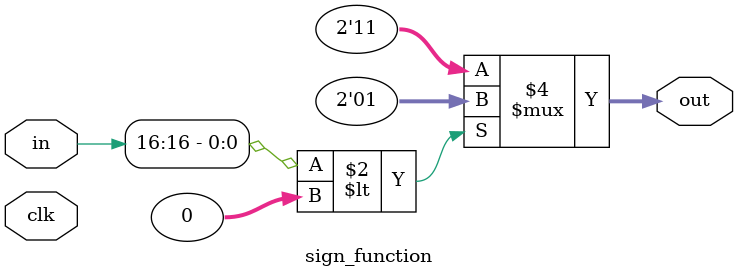
<source format=sv>
module sign_function (
    input  logic clk,   // Clock signal
    input  logic signed [16:0] in,  // Input signal
    output logic signed [1:0] out   // Sign output (+1 or -1)
);
    always_comb begin
        if (in[16] < 0)
            out = 2'b01;  // +1
        else
            out = 2'b11;  // -1 (Two's complement representation)
    end
endmodule

</source>
